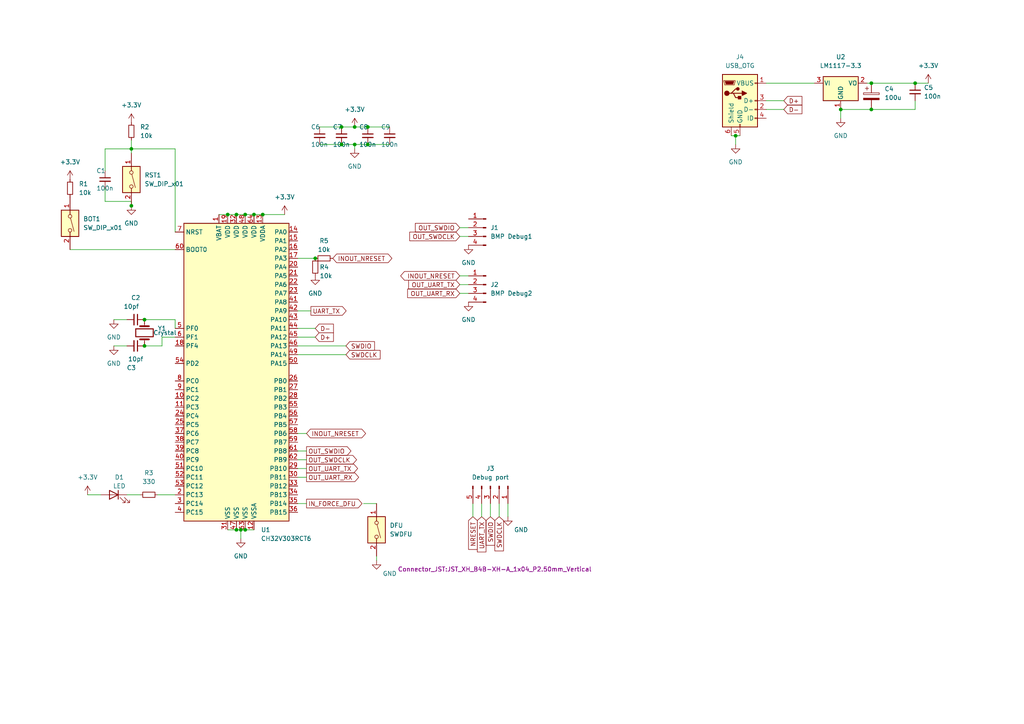
<source format=kicad_sch>
(kicad_sch (version 20230808) (generator eeschema)
  (paper "A4")
  (lib_symbols
    (symbol "Connector:Conn_01x04_Male" (pin_names (offset 1.016) hide)
      (property "Reference" "J" (at 0 5.08 0))
      (property "Value" "Conn_01x04_Male" (at 0 -7.62 0))
      (symbol "Conn_01x04_Male_1_1"
        (polyline (pts (xy 1.27 -5.08) (xy 0.8636 -5.08)) (stroke (width 0.1524)))
        (polyline (pts (xy 1.27 -2.54) (xy 0.8636 -2.54)) (stroke (width 0.1524)))
        (polyline (pts (xy 1.27 0) (xy 0.8636 0)) (stroke (width 0.1524)))
        (polyline (pts (xy 1.27 2.54) (xy 0.8636 2.54)) (stroke (width 0.1524)))
        (rectangle (start 0.8636 -4.953) (end 0 -5.207) (stroke (width 0.1524)) (fill (type outline)))
        (rectangle (start 0.8636 -2.413) (end 0 -2.667) (stroke (width 0.1524)) (fill (type outline)))
        (rectangle (start 0.8636 0.127) (end 0 -0.127) (stroke (width 0.1524)) (fill (type outline)))
        (rectangle (start 0.8636 2.667) (end 0 2.413) (stroke (width 0.1524)) (fill (type outline)))
        (pin passive line (at 5.08 2.54 180) (length 3.81) (name "Pin_1") (number "1"))
        (pin passive line (at 5.08 0 180) (length 3.81) (name "Pin_2") (number "2"))
        (pin passive line (at 5.08 -2.54 180) (length 3.81) (name "Pin_3") (number "3"))
        (pin passive line (at 5.08 -5.08 180) (length 3.81) (name "Pin_4") (number "4"))
      )
    )
    (symbol "Connector:Conn_01x05_Male" (pin_names (offset 1.016) hide)
      (property "Reference" "J" (at 0 7.62 0))
      (property "Value" "Conn_01x05_Male" (at 0 -7.62 0))
      (symbol "Conn_01x05_Male_1_1"
        (polyline (pts (xy 1.27 -5.08) (xy 0.8636 -5.08)) (stroke (width 0.1524)))
        (polyline (pts (xy 1.27 -2.54) (xy 0.8636 -2.54)) (stroke (width 0.1524)))
        (polyline (pts (xy 1.27 0) (xy 0.8636 0)) (stroke (width 0.1524)))
        (polyline (pts (xy 1.27 2.54) (xy 0.8636 2.54)) (stroke (width 0.1524)))
        (polyline (pts (xy 1.27 5.08) (xy 0.8636 5.08)) (stroke (width 0.1524)))
        (rectangle (start 0.8636 -4.953) (end 0 -5.207) (stroke (width 0.1524)) (fill (type outline)))
        (rectangle (start 0.8636 -2.413) (end 0 -2.667) (stroke (width 0.1524)) (fill (type outline)))
        (rectangle (start 0.8636 0.127) (end 0 -0.127) (stroke (width 0.1524)) (fill (type outline)))
        (rectangle (start 0.8636 2.667) (end 0 2.413) (stroke (width 0.1524)) (fill (type outline)))
        (rectangle (start 0.8636 5.207) (end 0 4.953) (stroke (width 0.1524)) (fill (type outline)))
        (pin passive line (at 5.08 5.08 180) (length 3.81) (name "Pin_1") (number "1"))
        (pin passive line (at 5.08 2.54 180) (length 3.81) (name "Pin_2") (number "2"))
        (pin passive line (at 5.08 0 180) (length 3.81) (name "Pin_3") (number "3"))
        (pin passive line (at 5.08 -2.54 180) (length 3.81) (name "Pin_4") (number "4"))
        (pin passive line (at 5.08 -5.08 180) (length 3.81) (name "Pin_5") (number "5"))
      )
    )
    (symbol "Connector:USB_OTG" (pin_names (offset 1.016))
      (property "Reference" "J" (at -5.08 11.43 0))
      (property "Value" "USB_OTG" (at -5.08 8.89 0))
      (symbol "USB_OTG_0_1"
        (rectangle (start -5.08 -7.62) (end 5.08 7.62) (stroke (width 0.254)) (fill (type background)))
        (circle (center -3.81 2.159) (radius 0.635) (stroke (width 0.254)) (fill (type outline)))
        (circle (center -0.635 3.429) (radius 0.381) (stroke (width 0.254)) (fill (type outline)))
        (rectangle (start -0.127 -7.62) (end 0.127 -6.858))
        (polyline (pts (xy -1.905 2.159) (xy 0.635 2.159)) (stroke (width 0.254)))
        (polyline (pts (xy -3.175 2.159) (xy -2.54 2.159) (xy -1.27 3.429) (xy -0.635 3.429)) (stroke (width 0.254)))
        (polyline (pts (xy -2.54 2.159) (xy -1.905 2.159) (xy -1.27 0.889) (xy 0 0.889)) (stroke (width 0.254)))
        (polyline (pts (xy 0.635 2.794) (xy 0.635 1.524) (xy 1.905 2.159) (xy 0.635 2.794)) (stroke (width 0.254)) (fill (type outline)))
        (polyline (pts (xy -4.318 5.588) (xy -1.778 5.588) (xy -2.032 4.826) (xy -4.064 4.826) (xy -4.318 5.588)) (fill (type outline)))
        (polyline (pts (xy -4.699 5.842) (xy -4.699 5.588) (xy -4.445 4.826) (xy -4.445 4.572) (xy -1.651 4.572) (xy -1.651 4.826) (xy -1.397 5.588) (xy -1.397 5.842) (xy -4.699 5.842)))
        (rectangle (start 0.254 1.27) (end -0.508 0.508) (stroke (width 0.254)) (fill (type outline)))
        (rectangle (start 5.08 -5.207) (end 4.318 -4.953))
        (rectangle (start 5.08 -2.667) (end 4.318 -2.413))
        (rectangle (start 5.08 -0.127) (end 4.318 0.127))
        (rectangle (start 5.08 4.953) (end 4.318 5.207))
      )
      (symbol "USB_OTG_1_1"
        (pin passive line (at 7.62 5.08 180) (length 2.54) (name "VBUS") (number "1"))
        (pin bidirectional line (at 7.62 -2.54 180) (length 2.54) (name "D-") (number "2"))
        (pin bidirectional line (at 7.62 0 180) (length 2.54) (name "D+") (number "3"))
        (pin passive line (at 7.62 -5.08 180) (length 2.54) (name "ID") (number "4"))
        (pin passive line (at 0 -10.16 90) (length 2.54) (name "GND") (number "5"))
        (pin passive line (at -2.54 -10.16 90) (length 2.54) (name "Shield") (number "6"))
      )
    )
    (symbol "Device:C_Polarized" (pin_numbers hide) (pin_names (offset 0.254))
      (property "Reference" "C" (at 0.635 2.54 0))
      (property "Value" "C_Polarized" (at 0.635 -2.54 0))
      (symbol "C_Polarized_0_1"
        (rectangle (start -2.286 0.508) (end 2.286 1.016))
        (polyline (pts (xy -1.778 2.286) (xy -0.762 2.286)))
        (polyline (pts (xy -1.27 2.794) (xy -1.27 1.778)))
        (rectangle (start 2.286 -0.508) (end -2.286 -1.016) (fill (type outline)))
      )
      (symbol "C_Polarized_1_1"
        (pin passive line (at 0 3.81 270) (length 2.794) (name "~") (number "1"))
        (pin passive line (at 0 -3.81 90) (length 2.794) (name "~") (number "2"))
      )
    )
    (symbol "Device:C_Small" (pin_numbers hide) (pin_names (offset 0.254) hide)
      (property "Reference" "C" (at 0.254 1.778 0))
      (property "Value" "C_Small" (at 0.254 -2.032 0))
      (symbol "C_Small_0_1"
        (polyline (pts (xy -1.524 -0.508) (xy 1.524 -0.508)) (stroke (width 0.3302)))
        (polyline (pts (xy -1.524 0.508) (xy 1.524 0.508)) (stroke (width 0.3048)))
      )
      (symbol "C_Small_1_1"
        (pin passive line (at 0 2.54 270) (length 2.032) (name "~") (number "1"))
        (pin passive line (at 0 -2.54 90) (length 2.032) (name "~") (number "2"))
      )
    )
    (symbol "Device:Crystal" (pin_numbers hide) (pin_names (offset 1.016) hide)
      (property "Reference" "Y" (at 0 3.81 0))
      (property "Value" "Crystal" (at 0 -3.81 0))
      (symbol "Crystal_0_1"
        (rectangle (start -1.143 2.54) (end 1.143 -2.54) (stroke (width 0.3048)))
        (polyline (pts (xy -2.54 0) (xy -1.905 0)))
        (polyline (pts (xy -1.905 -1.27) (xy -1.905 1.27)) (stroke (width 0.508)))
        (polyline (pts (xy 1.905 -1.27) (xy 1.905 1.27)) (stroke (width 0.508)))
        (polyline (pts (xy 2.54 0) (xy 1.905 0)))
      )
      (symbol "Crystal_1_1"
        (pin passive line (at -3.81 0 0) (length 1.27) (name "1") (number "1"))
        (pin passive line (at 3.81 0 180) (length 1.27) (name "2") (number "2"))
      )
    )
    (symbol "Device:LED" (pin_numbers hide) (pin_names (offset 1.016) hide)
      (property "Reference" "D" (at 0 2.54 0))
      (property "Value" "LED" (at 0 -2.54 0))
      (symbol "LED_0_1"
        (polyline (pts (xy -1.27 -1.27) (xy -1.27 1.27)) (stroke (width 0.254)))
        (polyline (pts (xy -1.27 0) (xy 1.27 0)))
        (polyline (pts (xy 1.27 -1.27) (xy 1.27 1.27) (xy -1.27 0) (xy 1.27 -1.27)) (stroke (width 0.254)))
        (polyline (pts (xy -3.048 -0.762) (xy -4.572 -2.286) (xy -3.81 -2.286) (xy -4.572 -2.286) (xy -4.572 -1.524)))
        (polyline (pts (xy -1.778 -0.762) (xy -3.302 -2.286) (xy -2.54 -2.286) (xy -3.302 -2.286) (xy -3.302 -1.524)))
      )
      (symbol "LED_1_1"
        (pin passive line (at -3.81 0 0) (length 2.54) (name "K") (number "1"))
        (pin passive line (at 3.81 0 180) (length 2.54) (name "A") (number "2"))
      )
    )
    (symbol "Device:R_Small" (pin_numbers hide) (pin_names (offset 0.254) hide)
      (property "Reference" "R" (at 0.762 0.508 0))
      (property "Value" "R_Small" (at 0.762 -1.016 0))
      (symbol "R_Small_0_1"
        (rectangle (start -0.762 1.778) (end 0.762 -1.778) (stroke (width 0.2032)))
      )
      (symbol "R_Small_1_1"
        (pin passive line (at 0 2.54 270) (length 0.762) (name "~") (number "1"))
        (pin passive line (at 0 -2.54 90) (length 0.762) (name "~") (number "2"))
      )
    )
    (symbol "MCU_ST_STM32F3:STM32F303RCTx"
      (property "Reference" "U" (at -15.24 44.45 0))
      (property "Value" "STM32F303RCTx" (at 10.16 44.45 0))
      (symbol "STM32F303RCTx_0_1"
        (rectangle (start -15.24 -43.18) (end 15.24 43.18) (stroke (width 0.254)) (fill (type background)))
      )
      (symbol "STM32F303RCTx_1_1"
        (pin power_in line (at -5.08 45.72 270) (length 2.54) (name "VBAT") (number "1"))
        (pin bidirectional line (at -17.78 -7.62 0) (length 2.54) (name "PC2") (number "10"))
        (pin bidirectional line (at -17.78 -10.16 0) (length 2.54) (name "PC3") (number "11"))
        (pin power_in line (at 5.08 -45.72 90) (length 2.54) (name "VSSA") (number "12"))
        (pin power_in line (at 7.62 45.72 270) (length 2.54) (name "VDDA") (number "13"))
        (pin bidirectional line (at 17.78 40.64 180) (length 2.54) (name "PA0") (number "14"))
        (pin bidirectional line (at 17.78 38.1 180) (length 2.54) (name "PA1") (number "15"))
        (pin bidirectional line (at 17.78 35.56 180) (length 2.54) (name "PA2") (number "16"))
        (pin bidirectional line (at 17.78 33.02 180) (length 2.54) (name "PA3") (number "17"))
        (pin bidirectional line (at -17.78 7.62 0) (length 2.54) (name "PF4") (number "18"))
        (pin power_in line (at -2.54 45.72 270) (length 2.54) (name "VDD") (number "19"))
        (pin bidirectional line (at -17.78 -35.56 0) (length 2.54) (name "PC13") (number "2"))
        (pin bidirectional line (at 17.78 30.48 180) (length 2.54) (name "PA4") (number "20"))
        (pin bidirectional line (at 17.78 27.94 180) (length 2.54) (name "PA5") (number "21"))
        (pin bidirectional line (at 17.78 25.4 180) (length 2.54) (name "PA6") (number "22"))
        (pin bidirectional line (at 17.78 22.86 180) (length 2.54) (name "PA7") (number "23"))
        (pin bidirectional line (at -17.78 -12.7 0) (length 2.54) (name "PC4") (number "24"))
        (pin bidirectional line (at -17.78 -15.24 0) (length 2.54) (name "PC5") (number "25"))
        (pin bidirectional line (at 17.78 -2.54 180) (length 2.54) (name "PB0") (number "26"))
        (pin bidirectional line (at 17.78 -5.08 180) (length 2.54) (name "PB1") (number "27"))
        (pin bidirectional line (at 17.78 -7.62 180) (length 2.54) (name "PB2") (number "28"))
        (pin bidirectional line (at 17.78 -27.94 180) (length 2.54) (name "PB10") (number "29"))
        (pin bidirectional line (at -17.78 -38.1 0) (length 2.54) (name "PC14") (number "3"))
        (pin bidirectional line (at 17.78 -30.48 180) (length 2.54) (name "PB11") (number "30"))
        (pin power_in line (at -2.54 -45.72 90) (length 2.54) (name "VSS") (number "31"))
        (pin power_in line (at 0 45.72 270) (length 2.54) (name "VDD") (number "32"))
        (pin bidirectional line (at 17.78 -33.02 180) (length 2.54) (name "PB12") (number "33"))
        (pin bidirectional line (at 17.78 -35.56 180) (length 2.54) (name "PB13") (number "34"))
        (pin bidirectional line (at 17.78 -38.1 180) (length 2.54) (name "PB14") (number "35"))
        (pin bidirectional line (at 17.78 -40.64 180) (length 2.54) (name "PB15") (number "36"))
        (pin bidirectional line (at -17.78 -17.78 0) (length 2.54) (name "PC6") (number "37"))
        (pin bidirectional line (at -17.78 -20.32 0) (length 2.54) (name "PC7") (number "38"))
        (pin bidirectional line (at -17.78 -22.86 0) (length 2.54) (name "PC8") (number "39"))
        (pin bidirectional line (at -17.78 -40.64 0) (length 2.54) (name "PC15") (number "4"))
        (pin bidirectional line (at -17.78 -25.4 0) (length 2.54) (name "PC9") (number "40"))
        (pin bidirectional line (at 17.78 20.32 180) (length 2.54) (name "PA8") (number "41"))
        (pin bidirectional line (at 17.78 17.78 180) (length 2.54) (name "PA9") (number "42"))
        (pin bidirectional line (at 17.78 15.24 180) (length 2.54) (name "PA10") (number "43"))
        (pin bidirectional line (at 17.78 12.7 180) (length 2.54) (name "PA11") (number "44"))
        (pin bidirectional line (at 17.78 10.16 180) (length 2.54) (name "PA12") (number "45"))
        (pin bidirectional line (at 17.78 7.62 180) (length 2.54) (name "PA13") (number "46"))
        (pin power_in line (at 0 -45.72 90) (length 2.54) (name "VSS") (number "47"))
        (pin power_in line (at 2.54 45.72 270) (length 2.54) (name "VDD") (number "48"))
        (pin bidirectional line (at 17.78 5.08 180) (length 2.54) (name "PA14") (number "49"))
        (pin input line (at -17.78 12.7 0) (length 2.54) (name "PF0") (number "5"))
        (pin bidirectional line (at 17.78 2.54 180) (length 2.54) (name "PA15") (number "50"))
        (pin bidirectional line (at -17.78 -27.94 0) (length 2.54) (name "PC10") (number "51"))
        (pin bidirectional line (at -17.78 -30.48 0) (length 2.54) (name "PC11") (number "52"))
        (pin bidirectional line (at -17.78 -33.02 0) (length 2.54) (name "PC12") (number "53"))
        (pin bidirectional line (at -17.78 2.54 0) (length 2.54) (name "PD2") (number "54"))
        (pin bidirectional line (at 17.78 -10.16 180) (length 2.54) (name "PB3") (number "55"))
        (pin bidirectional line (at 17.78 -12.7 180) (length 2.54) (name "PB4") (number "56"))
        (pin bidirectional line (at 17.78 -15.24 180) (length 2.54) (name "PB5") (number "57"))
        (pin bidirectional line (at 17.78 -17.78 180) (length 2.54) (name "PB6") (number "58"))
        (pin bidirectional line (at 17.78 -20.32 180) (length 2.54) (name "PB7") (number "59"))
        (pin input line (at -17.78 10.16 0) (length 2.54) (name "PF1") (number "6"))
        (pin input line (at -17.78 35.56 0) (length 2.54) (name "BOOT0") (number "60"))
        (pin bidirectional line (at 17.78 -22.86 180) (length 2.54) (name "PB8") (number "61"))
        (pin bidirectional line (at 17.78 -25.4 180) (length 2.54) (name "PB9") (number "62"))
        (pin power_in line (at 2.54 -45.72 90) (length 2.54) (name "VSS") (number "63"))
        (pin power_in line (at 5.08 45.72 270) (length 2.54) (name "VDD") (number "64"))
        (pin input line (at -17.78 40.64 0) (length 2.54) (name "NRST") (number "7"))
        (pin bidirectional line (at -17.78 -2.54 0) (length 2.54) (name "PC0") (number "8"))
        (pin bidirectional line (at -17.78 -5.08 0) (length 2.54) (name "PC1") (number "9"))
      )
    )
    (symbol "Regulator_Linear:LM1117-3.3" (pin_names (offset 0.254))
      (property "Reference" "U" (at -3.81 3.175 0))
      (property "Value" "LM1117-3.3" (at 0 3.175 0))
      (symbol "LM1117-3.3_0_1"
        (rectangle (start -5.08 -5.08) (end 5.08 1.905) (stroke (width 0.254)) (fill (type background)))
      )
      (symbol "LM1117-3.3_1_1"
        (pin power_in line (at 0 -7.62 90) (length 2.54) (name "GND") (number "1"))
        (pin power_out line (at 7.62 0 180) (length 2.54) (name "VO") (number "2"))
        (pin power_in line (at -7.62 0 0) (length 2.54) (name "VI") (number "3"))
      )
    )
    (symbol "Switch:SW_DIP_x01" (pin_names (offset 0) hide)
      (property "Reference" "SW" (at 0 3.81 0))
      (property "Value" "SW_DIP_x01" (at 0 -3.81 0))
      (symbol "SW_DIP_x01_0_0"
        (circle (center -2.032 0) (radius 0.508))
        (polyline (pts (xy -1.524 0.127) (xy 2.3622 1.1684)))
        (circle (center 2.032 0) (radius 0.508))
      )
      (symbol "SW_DIP_x01_0_1"
        (rectangle (start -3.81 2.54) (end 3.81 -2.54) (stroke (width 0.254)) (fill (type background)))
      )
      (symbol "SW_DIP_x01_1_1"
        (pin passive line (at -7.62 0 0) (length 5.08) (name "~") (number "1"))
        (pin passive line (at 7.62 0 180) (length 5.08) (name "~") (number "2"))
      )
    )
    (symbol "power:+3.3V" (power) (pin_names (offset 0))
      (property "Value" "+3.3V" (at 0 3.556 0))
      (symbol "+3.3V_0_1"
        (polyline (pts (xy -0.762 1.27) (xy 0 2.54)))
        (polyline (pts (xy 0 0) (xy 0 2.54)))
        (polyline (pts (xy 0 2.54) (xy 0.762 1.27)))
      )
      (symbol "+3.3V_1_1"
        (pin power_in line (at 0 0 90) (length 0) hide (name "+3.3V") (number "1"))
      )
    )
    (symbol "power:GND" (power) (pin_names (offset 0))
      (property "Value" "GND" (at 0 -3.81 0))
      (symbol "GND_0_1"
        (polyline (pts (xy 0 0) (xy 0 -1.27) (xy 1.27 -1.27) (xy 0 -2.54) (xy -1.27 -1.27) (xy 0 -1.27)))
      )
      (symbol "GND_1_1"
        (pin power_in line (at 0 0 270) (length 0) hide (name "GND") (number "1"))
      )
    )
  )
  (junction (at 99.06 41.91))
  (junction (at 106.68 36.83))
  (junction (at 68.58 153.67))
  (junction (at 71.12 153.67))
  (junction (at 73.66 62.23))
  (junction (at 99.06 36.83))
  (junction (at 38.1 43.18))
  (junction (at 69.85 153.67))
  (junction (at 102.87 36.83))
  (junction (at 41.91 92.71))
  (junction (at 252.73 24.13))
  (junction (at 68.58 62.23))
  (junction (at 243.84 31.75))
  (junction (at 76.2 62.23))
  (junction (at 71.12 62.23))
  (junction (at 265.43 24.13))
  (junction (at 91.44 74.93))
  (junction (at 252.73 31.75))
  (junction (at 106.68 41.91))
  (junction (at 38.1 59.69))
  (junction (at 66.04 62.23))
  (junction (at 213.36 39.37))
  (junction (at 41.91 100.33))
  (junction (at 102.87 41.91))
  (wire (pts (xy 99.06 41.91) (xy 102.87 41.91)))
  (wire (pts (xy 252.73 31.75) (xy 265.43 31.75)))
  (wire (pts (xy 66.04 153.67) (xy 68.58 153.67)))
  (wire (pts (xy 38.1 40.64) (xy 38.1 43.18)))
  (wire (pts (xy 243.84 31.75) (xy 252.73 31.75)))
  (wire (pts (xy 222.25 31.75) (xy 227.33 31.75)))
  (wire (pts (xy 252.73 24.13) (xy 265.43 24.13)))
  (wire (pts (xy 38.1 43.18) (xy 50.8 43.18)))
  (wire (pts (xy 222.25 24.13) (xy 236.22 24.13)))
  (wire (pts (xy 20.32 72.39) (xy 50.8 72.39)))
  (wire (pts (xy 69.85 153.67) (xy 71.12 153.67)))
  (wire (pts (xy 46.99 97.79) (xy 46.99 100.33)))
  (wire (pts (xy 133.35 80.01) (xy 135.89 80.01)))
  (wire (pts (xy 265.43 24.13) (xy 269.24 24.13)))
  (wire (pts (xy 265.43 29.21) (xy 265.43 31.75)))
  (wire (pts (xy 243.84 31.75) (xy 243.84 34.29)))
  (wire (pts (xy 142.24 146.05) (xy 142.24 149.86)))
  (wire (pts (xy 38.1 58.42) (xy 38.1 59.69)))
  (wire (pts (xy 144.78 146.05) (xy 144.78 149.86)))
  (wire (pts (xy 71.12 62.23) (xy 73.66 62.23)))
  (wire (pts (xy 213.36 39.37) (xy 214.63 39.37)))
  (wire (pts (xy 76.2 62.23) (xy 82.55 62.23)))
  (wire (pts (xy 30.48 49.53) (xy 30.48 43.18)))
  (wire (pts (xy 36.83 143.51) (xy 40.64 143.51)))
  (wire (pts (xy 30.48 54.61) (xy 30.48 58.42)))
  (wire (pts (xy 133.35 66.04) (xy 135.89 66.04)))
  (wire (pts (xy 86.36 95.25) (xy 91.44 95.25)))
  (wire (pts (xy 41.91 100.33) (xy 46.99 100.33)))
  (wire (pts (xy 63.5 62.23) (xy 66.04 62.23)))
  (wire (pts (xy 102.87 41.91) (xy 106.68 41.91)))
  (wire (pts (xy 105.41 146.05) (xy 109.22 146.05)))
  (wire (pts (xy 102.87 41.91) (xy 102.87 43.18)))
  (wire (pts (xy 68.58 153.67) (xy 69.85 153.67)))
  (wire (pts (xy 30.48 43.18) (xy 38.1 43.18)))
  (wire (pts (xy 86.36 125.73) (xy 88.9 125.73)))
  (wire (pts (xy 86.36 100.33) (xy 100.33 100.33)))
  (wire (pts (xy 38.1 43.18) (xy 38.1 44.45)))
  (wire (pts (xy 133.35 85.09) (xy 135.89 85.09)))
  (wire (pts (xy 102.87 36.83) (xy 106.68 36.83)))
  (wire (pts (xy 139.7 146.05) (xy 139.7 149.86)))
  (wire (pts (xy 30.48 58.42) (xy 38.1 58.42)))
  (wire (pts (xy 86.36 135.89) (xy 88.9 135.89)))
  (wire (pts (xy 33.02 100.33) (xy 36.83 100.33)))
  (wire (pts (xy 213.36 39.37) (xy 213.36 41.91)))
  (wire (pts (xy 86.36 138.43) (xy 88.9 138.43)))
  (wire (pts (xy 92.71 41.91) (xy 99.06 41.91)))
  (wire (pts (xy 69.85 153.67) (xy 69.85 156.21)))
  (wire (pts (xy 86.36 74.93) (xy 91.44 74.93)))
  (wire (pts (xy 25.4 143.51) (xy 29.21 143.51)))
  (wire (pts (xy 222.25 29.21) (xy 227.33 29.21)))
  (wire (pts (xy 73.66 62.23) (xy 76.2 62.23)))
  (wire (pts (xy 147.32 146.05) (xy 147.32 149.86)))
  (wire (pts (xy 68.58 62.23) (xy 71.12 62.23)))
  (wire (pts (xy 50.8 43.18) (xy 50.8 67.31)))
  (wire (pts (xy 86.36 90.17) (xy 90.17 90.17)))
  (wire (pts (xy 133.35 68.58) (xy 135.89 68.58)))
  (wire (pts (xy 212.09 39.37) (xy 213.36 39.37)))
  (wire (pts (xy 137.16 146.05) (xy 137.16 149.86)))
  (wire (pts (xy 86.36 97.79) (xy 91.44 97.79)))
  (wire (pts (xy 106.68 41.91) (xy 113.03 41.91)))
  (wire (pts (xy 71.12 153.67) (xy 73.66 153.67)))
  (wire (pts (xy 106.68 36.83) (xy 113.03 36.83)))
  (wire (pts (xy 45.72 143.51) (xy 50.8 143.51)))
  (wire (pts (xy 86.36 102.87) (xy 100.33 102.87)))
  (wire (pts (xy 109.22 161.29) (xy 109.22 162.56)))
  (wire (pts (xy 251.46 24.13) (xy 252.73 24.13)))
  (wire (pts (xy 50.8 97.79) (xy 46.99 97.79)))
  (wire (pts (xy 99.06 36.83) (xy 102.87 36.83)))
  (wire (pts (xy 50.8 95.25) (xy 50.8 92.71)))
  (wire (pts (xy 86.36 133.35) (xy 88.9 133.35)))
  (wire (pts (xy 66.04 62.23) (xy 68.58 62.23)))
  (wire (pts (xy 41.91 92.71) (xy 50.8 92.71)))
  (wire (pts (xy 33.02 92.71) (xy 36.83 92.71)))
  (wire (pts (xy 133.35 82.55) (xy 135.89 82.55)))
  (wire (pts (xy 86.36 130.81) (xy 88.9 130.81)))
  (wire (pts (xy 92.71 36.83) (xy 99.06 36.83)))
  (wire (pts (xy 86.36 146.05) (xy 88.9 146.05)))
  (global_label "SWDCLK" (shape input) (at 100.33 102.87 0) (property "Intersheetrefs" "${INTERSHEET_REFS}" (effects hide)))
  (global_label "OUT_SWDIO" (shape input) (at 133.35 66.04 180) (property "Intersheetrefs" "${INTERSHEET_REFS}" (effects hide)))
  (global_label "D-" (shape input) (at 91.44 95.25 0) (property "Intersheetrefs" "${INTERSHEET_REFS}" (effects hide)))
  (global_label "OUT_UART_RX" (shape input) (at 133.35 85.09 180) (property "Intersheetrefs" "${INTERSHEET_REFS}" (effects hide)))
  (global_label "OUT_UART_RX" (shape output) (at 88.9 138.43 0) (property "Intersheetrefs" "${INTERSHEET_REFS}" (effects hide)))
  (global_label "OUT_SWDCLK" (shape input) (at 133.35 68.58 180) (property "Intersheetrefs" "${INTERSHEET_REFS}" (effects hide)))
  (global_label "OUT_UART_TX" (shape output) (at 88.9 135.89 0) (property "Intersheetrefs" "${INTERSHEET_REFS}" (effects hide)))
  (global_label "UART_TX" (shape output) (at 90.17 90.17 0) (property "Intersheetrefs" "${INTERSHEET_REFS}" (effects hide)))
  (global_label "OUT_SWDCLK" (shape output) (at 88.9 133.35 0) (property "Intersheetrefs" "${INTERSHEET_REFS}" (effects hide)))
  (global_label "UART_TX" (shape input) (at 139.7 149.86 270) (property "Intersheetrefs" "${INTERSHEET_REFS}" (effects hide)))
  (global_label "OUT_UART_TX" (shape input) (at 133.35 82.55 180) (property "Intersheetrefs" "${INTERSHEET_REFS}" (effects hide)))
  (global_label "D+" (shape input) (at 91.44 97.79 0) (property "Intersheetrefs" "${INTERSHEET_REFS}" (effects hide)))
  (global_label "SWDCLK" (shape input) (at 144.78 149.86 270) (property "Intersheetrefs" "${INTERSHEET_REFS}" (effects hide)))
  (global_label "SWDIO" (shape input) (at 142.24 149.86 270) (property "Intersheetrefs" "${INTERSHEET_REFS}" (effects hide)))
  (global_label "INOUT_NRESET" (shape bidirectional) (at 88.9 125.73 0) (property "Intersheetrefs" "${INTERSHEET_REFS}" (effects hide)))
  (global_label "OUT_SWDIO" (shape output) (at 88.9 130.81 0) (property "Intersheetrefs" "${INTERSHEET_REFS}" (effects hide)))
  (global_label "IN_FORCE_DFU" (shape output) (at 88.9 146.05 0) (property "Intersheetrefs" "${INTERSHEET_REFS}" (effects hide)))
  (global_label "SWDIO" (shape input) (at 100.33 100.33 0) (property "Intersheetrefs" "${INTERSHEET_REFS}" (effects hide)))
  (global_label "INOUT_NRESET" (shape bidirectional) (at 133.35 80.01 180) (property "Intersheetrefs" "${INTERSHEET_REFS}" (effects hide)))
  (global_label "D+" (shape input) (at 227.33 29.21 0) (property "Intersheetrefs" "${INTERSHEET_REFS}" (effects hide)))
  (global_label "D-" (shape input) (at 227.33 31.75 0) (property "Intersheetrefs" "${INTERSHEET_REFS}" (effects hide)))
  (global_label "NRESET" (shape input) (at 137.16 149.86 270) (property "Intersheetrefs" "${INTERSHEET_REFS}" (effects hide)))
  (global_label "INOUT_NRESET" (shape bidirectional) (at 96.52 74.93 0) (property "Intersheetrefs" "${INTERSHEET_REFS}" (effects hide)))
  (symbol (lib_id "Device:C_Small") (at 106.68 39.37 0) (unit 1)
    (property "Reference" "C8" (at 104.14 36.83 0) (effects (justify left)))
    (property "Value" "100n" (at 104.14 41.91 0) (effects (justify left)))
    (property "Footprint" "Resistor_SMD:R_0603_1608Metric" (effects hide))
  )
  (symbol (lib_id "Device:C_Small") (at 39.37 100.33 270) (unit 1)
    (property "Reference" "C3" (at 38.1 106.68 90))
    (property "Value" "10pf" (at 39.37 104.14 90))
    (property "Footprint" "Resistor_SMD:R_0603_1608Metric" (effects hide))
  )
  (symbol (lib_id "power:GND") (at 213.36 41.91 0) (unit 1)
    (property "Reference" "#PWR013" (effects hide))
    (property "Value" "GND" (at 213.36 46.99 0))
  )
  (symbol (lib_id "Switch:SW_DIP_x01") (at 38.1 52.07 270) (unit 1)
    (property "Reference" "RST1" (at 41.91 50.8 90) (effects (justify left)))
    (property "Value" "SW_DIP_x01" (at 41.91 53.34 90) (effects (justify left)))
    (property "Footprint" "Button_Switch_SMD:SW_SPST_CK_RS282G05A3" (effects hide))
  )
  (symbol (lib_id "Device:R_Small") (at 20.32 54.61 0) (unit 1)
    (property "Reference" "R1" (at 22.86 53.3399 0) (effects (justify left)))
    (property "Value" "10k" (at 22.86 55.8799 0) (effects (justify left)))
    (property "Footprint" "Resistor_SMD:R_0603_1608Metric" (effects hide))
  )
  (symbol (lib_id "power:GND") (at 135.89 87.63 0) (unit 1)
    (property "Reference" "#PWR011" (effects hide))
    (property "Value" "GND" (at 135.89 92.71 0))
  )
  (symbol (lib_id "power:GND") (at 243.84 34.29 0) (unit 1)
    (property "Reference" "#PWR014" (effects hide))
    (property "Value" "GND" (at 243.84 39.37 0))
  )
  (symbol (lib_id "power:GND") (at 135.89 71.12 0) (unit 1)
    (property "Reference" "#PWR010" (effects hide))
    (property "Value" "GND" (at 135.89 76.2 0))
  )
  (symbol (lib_id "Device:C_Small") (at 113.03 39.37 0) (unit 1)
    (property "Reference" "C9" (at 110.49 36.83 0) (effects (justify left)))
    (property "Value" "100n" (at 110.49 41.91 0) (effects (justify left)))
    (property "Footprint" "Resistor_SMD:R_0603_1608Metric" (effects hide))
  )
  (symbol (lib_id "Connector:Conn_01x04_Male") (at 140.97 82.55 0) (mirror y) (unit 1)
    (property "Reference" "J2" (at 142.24 82.5499 0) (effects (justify right)))
    (property "Value" "BMP Debug2" (at 142.24 85.0899 0) (effects (justify right)))
    (property "Footprint" "Connector_JST:JST_XH_B4B-XH-A_1x04_P2.50mm_Vertical" (effects hide))
  )
  (symbol (lib_id "Device:C_Small") (at 265.43 26.67 0) (unit 1)
    (property "Reference" "C5" (at 267.97 25.4062 0) (effects (justify left)))
    (property "Value" "100n" (at 267.97 27.9462 0) (effects (justify left)))
    (property "Footprint" "Resistor_SMD:R_0603_1608Metric" (effects hide))
  )
  (symbol (lib_id "Device:LED") (at 33.02 143.51 0) (mirror y) (unit 1)
    (property "Reference" "D1" (at 34.6075 138.43 0))
    (property "Value" "LED" (at 34.6075 140.97 0))
    (property "Footprint" "Diode_SMD:D_0805_2012Metric" (effects hide))
  )
  (symbol (lib_id "power:+3.3V") (at 269.24 24.13 0) (unit 1)
    (property "Reference" "#PWR015" (effects hide))
    (property "Value" "+3.3V" (at 269.24 19.05 0))
  )
  (symbol (lib_id "Regulator_Linear:LM1117-3.3") (at 243.84 24.13 0) (unit 1)
    (property "Reference" "U2" (at 243.84 16.51 0))
    (property "Value" "LM1117-3.3" (at 243.84 19.05 0))
    (property "Footprint" "Package_TO_SOT_SMD:SOT-223" (effects hide))
    (property "Datasheet" "http://www.ti.com/lit/ds/symlink/lm1117.pdf" (effects hide))
  )
  (symbol (lib_id "Device:C_Polarized") (at 252.73 27.94 0) (unit 1)
    (property "Reference" "C4" (at 256.54 25.7809 0) (effects (justify left)))
    (property "Value" "100u" (at 256.54 28.3209 0) (effects (justify left)))
    (property "Footprint" "Capacitor_THT:CP_Radial_D4.0mm_P2.00mm" (effects hide))
  )
  (symbol (lib_id "Device:C_Small") (at 99.06 39.37 0) (unit 1)
    (property "Reference" "C7" (at 96.52 36.83 0) (effects (justify left)))
    (property "Value" "100n" (at 96.52 41.91 0) (effects (justify left)))
    (property "Footprint" "Resistor_SMD:R_0603_1608Metric" (effects hide))
  )
  (symbol (lib_id "power:+3.3V") (at 102.87 36.83 0) (unit 1)
    (property "Reference" "#PWR016" (effects hide))
    (property "Value" "+3.3V" (at 102.87 31.75 0))
  )
  (symbol (lib_id "power:+3.3V") (at 25.4 143.51 0) (unit 1)
    (property "Reference" "#PWR02" (effects hide))
    (property "Value" "+3.3V" (at 25.4 138.43 0))
  )
  (symbol (lib_id "Device:R_Small") (at 38.1 38.1 0) (unit 1)
    (property "Reference" "R2" (at 40.64 36.8299 0) (effects (justify left)))
    (property "Value" "10k" (at 40.64 39.3699 0) (effects (justify left)))
    (property "Footprint" "Resistor_SMD:R_0603_1608Metric" (effects hide))
  )
  (symbol (lib_id "MCU_ST_STM32F3:STM32F303RCTx") (at 68.58 107.95 0) (unit 1)
    (property "Reference" "U1" (at 75.6794 153.67 0) (effects (justify left)))
    (property "Value" "CH32V303RCT6" (at 75.6794 156.21 0) (effects (justify left)))
    (property "Footprint" "Package_QFP:LQFP-64_10x10mm_P0.5mm" (effects hide))
    (property "Datasheet" "http://www.st.com/st-web-ui/static/active/en/resource/technical/document/datasheet/DM00058181.pdf" (effects hide))
  )
  (symbol (lib_id "power:GND") (at 69.85 156.21 0) (unit 1)
    (property "Reference" "#PWR07" (effects hide))
    (property "Value" "GND" (at 69.85 161.29 0))
  )
  (symbol (lib_id "Connector:Conn_01x04_Male") (at 140.97 66.04 0) (mirror y) (unit 1)
    (property "Reference" "J1" (at 142.24 66.0399 0) (effects (justify right)))
    (property "Value" "BMP Debug1" (at 142.24 68.5799 0) (effects (justify right)))
    (property "Footprint" "Connector_JST:JST_XH_B4B-XH-A_1x04_P2.50mm_Vertical" (effects hide))
  )
  (symbol (lib_id "Device:C_Small") (at 92.71 39.37 0) (unit 1)
    (property "Reference" "C6" (at 90.17 36.83 0) (effects (justify left)))
    (property "Value" "100n" (at 90.17 41.91 0) (effects (justify left)))
    (property "Footprint" "Resistor_SMD:R_0603_1608Metric" (effects hide))
  )
  (symbol (lib_id "Connector:Conn_01x05_Male") (at 142.24 140.97 270) (unit 1)
    (property "Reference" "J3" (at 142.24 135.89 90))
    (property "Value" "Debug port" (at 142.24 138.43 90))
    (property "Footprint" "Connector_JST:JST_XH_B4B-XH-A_1x04_P2.50mm_Vertical" (at 143.51 165.1 90))
  )
  (symbol (lib_id "Device:C_Small") (at 30.48 52.07 0) (unit 1)
    (property "Reference" "C1" (at 27.94 49.53 0) (effects (justify left)))
    (property "Value" "100n" (at 27.94 54.61 0) (effects (justify left)))
    (property "Footprint" "Resistor_SMD:R_0603_1608Metric" (effects hide))
  )
  (symbol (lib_id "power:GND") (at 33.02 92.71 0) (unit 1)
    (property "Reference" "#PWR03" (effects hide))
    (property "Value" "GND" (at 33.02 97.79 0))
  )
  (symbol (lib_id "power:GND") (at 33.02 100.33 0) (unit 1)
    (property "Reference" "#PWR04" (effects hide))
    (property "Value" "GND" (at 33.02 105.41 0))
  )
  (symbol (lib_id "Device:Crystal") (at 41.91 96.52 270) (unit 1)
    (property "Reference" "Y1" (at 45.72 95.2499 90) (effects (justify left)))
    (property "Value" "Crystal" (at 44.45 96.52 90) (effects (justify left)))
    (property "Footprint" "Crystal:Crystal_HC49-U_Vertical" (effects hide))
  )
  (symbol (lib_id "Device:R_Small") (at 91.44 77.47 180) (unit 1)
    (property "Reference" "R4" (at 92.71 77.47 0) (effects (justify right)))
    (property "Value" "10k" (at 92.71 80.01 0) (effects (justify right)))
    (property "Footprint" "Resistor_SMD:R_0603_1608Metric" (effects hide))
  )
  (symbol (lib_id "power:GND") (at 91.44 80.01 0) (unit 1)
    (property "Reference" "#PWR09" (effects hide))
    (property "Value" "GND" (at 91.44 85.09 0))
  )
  (symbol (lib_id "Connector:USB_OTG") (at 214.63 29.21 0) (unit 1)
    (property "Reference" "J4" (at 214.63 16.51 0))
    (property "Value" "USB_OTG" (at 214.63 19.05 0))
    (property "Footprint" "Connector_USB:USB_Micro-B_Wuerth_629105150521" (effects hide))
    (property "Datasheet" " ~" (effects hide))
  )
  (symbol (lib_id "power:GND") (at 102.87 43.18 0) (unit 1)
    (property "Reference" "#PWR017" (effects hide))
    (property "Value" "GND" (at 102.87 48.26 0))
  )
  (symbol (lib_id "power:GND") (at 38.1 59.69 0) (unit 1)
    (property "Reference" "#PWR06" (effects hide))
    (property "Value" "GND" (at 38.1 64.77 0))
  )
  (symbol (lib_id "Device:R_Small") (at 43.18 143.51 270) (unit 1)
    (property "Reference" "R3" (at 43.18 137.16 90))
    (property "Value" "330" (at 43.18 139.7 90))
    (property "Footprint" "Resistor_SMD:R_0603_1608Metric" (effects hide))
  )
  (symbol (lib_id "power:+3.3V") (at 20.32 52.07 0) (unit 1)
    (property "Reference" "#PWR01" (effects hide))
    (property "Value" "+3.3V" (at 20.32 46.99 0))
  )
  (symbol (lib_id "power:GND") (at 109.22 162.56 0) (unit 1)
    (property "Reference" "#PWR018" (effects hide))
    (property "Value" "GND" (at 113.03 166.37 0))
  )
  (symbol (lib_id "Device:C_Small") (at 39.37 92.71 270) (unit 1)
    (property "Reference" "C2" (at 39.3636 86.36 90))
    (property "Value" "10pf" (at 38.1 88.9 90))
    (property "Footprint" "Resistor_SMD:R_0603_1608Metric" (effects hide))
  )
  (symbol (lib_id "Switch:SW_DIP_x01") (at 20.32 64.77 270) (unit 1)
    (property "Reference" "BOT1" (at 24.13 63.5 90) (effects (justify left)))
    (property "Value" "SW_DIP_x01" (at 24.13 66.04 90) (effects (justify left)))
    (property "Footprint" "Button_Switch_SMD:SW_SPST_CK_RS282G05A3" (effects hide))
  )
  (symbol (lib_id "power:GND") (at 147.32 149.86 0) (unit 1)
    (property "Reference" "#PWR012" (effects hide))
    (property "Value" "GND" (at 151.13 153.67 0))
  )
  (symbol (lib_id "Device:R_Small") (at 93.98 74.93 270) (unit 1)
    (property "Reference" "R5" (at 93.98 69.85 90))
    (property "Value" "10k" (at 93.98 72.39 90))
    (property "Footprint" "Resistor_SMD:R_0603_1608Metric" (effects hide))
  )
  (symbol (lib_id "power:+3.3V") (at 38.1 35.56 0) (unit 1)
    (property "Reference" "#PWR05" (effects hide))
    (property "Value" "+3.3V" (at 38.1 30.48 0))
  )
  (symbol (lib_id "Switch:SW_DIP_x01") (at 109.22 153.67 270) (unit 1)
    (property "Reference" "DFU" (at 113.03 152.3999 90) (effects (justify left)))
    (property "Value" "SWDFU" (at 113.03 154.9399 90) (effects (justify left)))
    (property "Footprint" "Button_Switch_SMD:SW_SPST_CK_RS282G05A3" (effects hide))
  )
  (symbol (lib_id "power:+3.3V") (at 82.55 62.23 0) (unit 1)
    (property "Reference" "#PWR08" (effects hide))
    (property "Value" "+3.3V" (at 82.55 57.15 0))
  )
)
</source>
